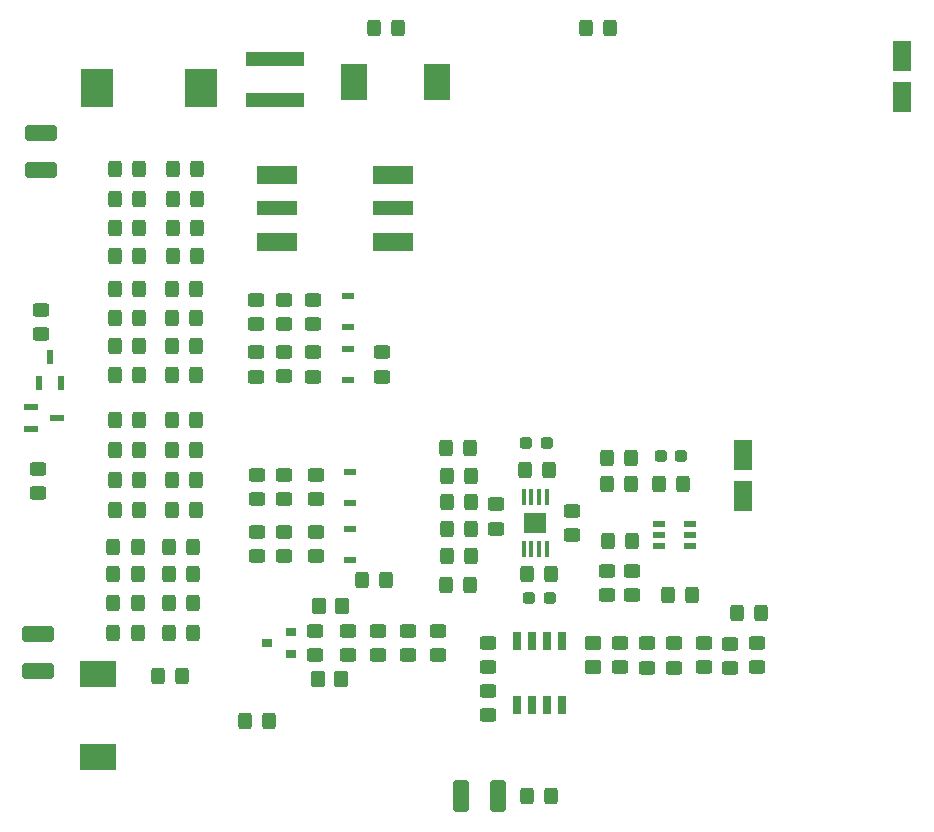
<source format=gtp>
%TF.GenerationSoftware,KiCad,Pcbnew,(6.0.6-1)-1*%
%TF.CreationDate,2022-07-06T12:40:26-04:00*%
%TF.ProjectId,dad_bod,6461645f-626f-4642-9e6b-696361645f70,rev?*%
%TF.SameCoordinates,Original*%
%TF.FileFunction,Paste,Top*%
%TF.FilePolarity,Positive*%
%FSLAX46Y46*%
G04 Gerber Fmt 4.6, Leading zero omitted, Abs format (unit mm)*
G04 Created by KiCad (PCBNEW (6.0.6-1)-1) date 2022-07-06 12:40:26*
%MOMM*%
%LPD*%
G01*
G04 APERTURE LIST*
G04 Aperture macros list*
%AMRoundRect*
0 Rectangle with rounded corners*
0 $1 Rounding radius*
0 $2 $3 $4 $5 $6 $7 $8 $9 X,Y pos of 4 corners*
0 Add a 4 corners polygon primitive as box body*
4,1,4,$2,$3,$4,$5,$6,$7,$8,$9,$2,$3,0*
0 Add four circle primitives for the rounded corners*
1,1,$1+$1,$2,$3*
1,1,$1+$1,$4,$5*
1,1,$1+$1,$6,$7*
1,1,$1+$1,$8,$9*
0 Add four rect primitives between the rounded corners*
20,1,$1+$1,$2,$3,$4,$5,0*
20,1,$1+$1,$4,$5,$6,$7,0*
20,1,$1+$1,$6,$7,$8,$9,0*
20,1,$1+$1,$8,$9,$2,$3,0*%
G04 Aperture macros list end*
%ADD10RoundRect,0.250000X0.325000X0.450000X-0.325000X0.450000X-0.325000X-0.450000X0.325000X-0.450000X0*%
%ADD11RoundRect,0.250000X-0.325000X-0.450000X0.325000X-0.450000X0.325000X0.450000X-0.325000X0.450000X0*%
%ADD12R,0.600000X1.150000*%
%ADD13R,1.150000X0.600000*%
%ADD14R,1.600000X2.500000*%
%ADD15RoundRect,0.250000X-0.412500X-1.100000X0.412500X-1.100000X0.412500X1.100000X-0.412500X1.100000X0*%
%ADD16RoundRect,0.250000X1.100000X-0.412500X1.100000X0.412500X-1.100000X0.412500X-1.100000X-0.412500X0*%
%ADD17RoundRect,0.250000X0.450000X-0.325000X0.450000X0.325000X-0.450000X0.325000X-0.450000X-0.325000X0*%
%ADD18R,1.000000X0.550000*%
%ADD19RoundRect,0.250000X-0.450000X0.325000X-0.450000X-0.325000X0.450000X-0.325000X0.450000X0.325000X0*%
%ADD20RoundRect,0.237500X-0.287500X-0.237500X0.287500X-0.237500X0.287500X0.237500X-0.287500X0.237500X0*%
%ADD21RoundRect,0.237500X0.287500X0.237500X-0.287500X0.237500X-0.287500X-0.237500X0.287500X-0.237500X0*%
%ADD22R,2.200000X3.150000*%
%ADD23RoundRect,0.250000X0.350000X0.450000X-0.350000X0.450000X-0.350000X-0.450000X0.350000X-0.450000X0*%
%ADD24RoundRect,0.250000X-0.450000X0.350000X-0.450000X-0.350000X0.450000X-0.350000X0.450000X0.350000X0*%
%ADD25R,0.900000X0.800000*%
%ADD26R,2.750000X3.200000*%
%ADD27R,3.375000X1.620000*%
%ADD28R,3.375000X1.200000*%
%ADD29R,5.000000X1.300000*%
%ADD30R,1.050000X0.550000*%
%ADD31R,0.650000X1.528000*%
%ADD32R,0.450000X1.425000*%
%ADD33R,1.880000X1.680000*%
%ADD34R,3.150000X2.200000*%
G04 APERTURE END LIST*
D10*
X130066000Y-113284000D03*
X128016000Y-113284000D03*
D11*
X75302000Y-85870000D03*
X77352000Y-85870000D03*
D12*
X69850000Y-91610000D03*
X70800000Y-93810000D03*
X68900000Y-93810000D03*
D13*
X70442000Y-96774000D03*
X68242000Y-97724000D03*
X68242000Y-95824000D03*
D14*
X141986000Y-66068000D03*
X141986000Y-69568000D03*
X128524000Y-99850000D03*
X128524000Y-103350000D03*
D15*
X104609500Y-128778000D03*
X107734500Y-128778000D03*
D16*
X69088000Y-75721500D03*
X69088000Y-72596500D03*
X68834000Y-118148500D03*
X68834000Y-115023500D03*
D10*
X99314000Y-63754000D03*
X97264000Y-63754000D03*
D11*
X75342000Y-96901000D03*
X77392000Y-96901000D03*
X75342000Y-99441000D03*
X77392000Y-99441000D03*
X75324000Y-101981000D03*
X77374000Y-101981000D03*
X75324000Y-104521000D03*
X77374000Y-104521000D03*
D17*
X89662000Y-103650000D03*
X89662000Y-101600000D03*
X92329000Y-103650000D03*
X92329000Y-101600000D03*
D18*
X95250000Y-101291000D03*
X95250000Y-103941000D03*
D17*
X89662000Y-106408000D03*
X89662000Y-108458000D03*
X92329000Y-108476000D03*
X92329000Y-106426000D03*
D18*
X95250000Y-106117000D03*
X95250000Y-108767000D03*
D11*
X75206000Y-114935000D03*
X77256000Y-114935000D03*
X75206000Y-112395000D03*
X77256000Y-112395000D03*
X75206000Y-109982000D03*
X77256000Y-109982000D03*
X75206000Y-107696000D03*
X77256000Y-107696000D03*
D19*
X127444500Y-115851500D03*
X127444500Y-117901500D03*
D11*
X75302000Y-75710000D03*
X77352000Y-75710000D03*
X75302000Y-78250000D03*
X77352000Y-78250000D03*
X75302000Y-80663000D03*
X77352000Y-80663000D03*
X75302000Y-83076000D03*
X77352000Y-83076000D03*
D17*
X125222000Y-117856000D03*
X125222000Y-115806000D03*
D19*
X129678999Y-115826501D03*
X129678999Y-117876501D03*
D17*
X89662000Y-88782000D03*
X89662000Y-86732000D03*
X92075000Y-88782000D03*
X92075000Y-86732000D03*
D18*
X95059500Y-86441000D03*
X95059500Y-89091000D03*
D17*
X89662000Y-93227000D03*
X89662000Y-91177000D03*
X92075000Y-93245000D03*
X92075000Y-91195000D03*
D18*
X95059500Y-90886000D03*
X95059500Y-93536000D03*
D17*
X116967000Y-111760000D03*
X116967000Y-109710000D03*
X119126000Y-111769000D03*
X119126000Y-109719000D03*
D11*
X75302000Y-88283000D03*
X77352000Y-88283000D03*
X75302000Y-90696000D03*
X77352000Y-90696000D03*
X75302000Y-93109000D03*
X77352000Y-93109000D03*
D20*
X121535000Y-99949000D03*
X123285000Y-99949000D03*
D21*
X112127000Y-112014000D03*
X110377000Y-112014000D03*
D17*
X102702000Y-116840000D03*
X102702000Y-114790000D03*
X92288000Y-116840000D03*
X92288000Y-114790000D03*
X95091000Y-116840000D03*
X95091000Y-114790000D03*
X97622000Y-116831000D03*
X97622000Y-114781000D03*
X100162000Y-116831000D03*
X100162000Y-114781000D03*
X120396000Y-117890000D03*
X120396000Y-115840000D03*
X118110000Y-117872000D03*
X118110000Y-115822000D03*
X122682000Y-117881000D03*
X122682000Y-115831000D03*
D22*
X95560000Y-68326000D03*
X102560000Y-68326000D03*
D23*
X92572000Y-112640000D03*
X94572000Y-112640000D03*
D24*
X115824000Y-115840000D03*
X115824000Y-117840000D03*
D23*
X94508500Y-118863000D03*
X92508500Y-118863000D03*
D25*
X90240000Y-116765000D03*
X90240000Y-114865000D03*
X88240000Y-115815000D03*
D10*
X112268000Y-128778000D03*
X110218000Y-128778000D03*
D19*
X69088000Y-87621000D03*
X69088000Y-89671000D03*
D10*
X117284500Y-63698234D03*
X115234500Y-63698234D03*
D19*
X68834000Y-101083000D03*
X68834000Y-103133000D03*
D11*
X80159000Y-96901000D03*
X82209000Y-96901000D03*
X80150000Y-99441000D03*
X82200000Y-99441000D03*
X80159000Y-101981000D03*
X82209000Y-101981000D03*
X80159000Y-104521000D03*
X82209000Y-104521000D03*
D17*
X87376000Y-103641000D03*
X87376000Y-101591000D03*
D10*
X98307000Y-110490000D03*
X96257000Y-110490000D03*
D17*
X87376000Y-108467000D03*
X87376000Y-106417000D03*
D11*
X79905000Y-114935000D03*
X81955000Y-114935000D03*
X79905000Y-112395000D03*
X81955000Y-112395000D03*
X79923000Y-109982000D03*
X81973000Y-109982000D03*
X79905000Y-107696000D03*
X81955000Y-107696000D03*
D10*
X105428000Y-99314000D03*
X103378000Y-99314000D03*
D11*
X80255000Y-75710000D03*
X82305000Y-75710000D03*
X80255000Y-78250000D03*
X82305000Y-78250000D03*
X80255000Y-80663000D03*
X82305000Y-80663000D03*
X80255000Y-83076000D03*
X82305000Y-83076000D03*
D17*
X87249000Y-88782000D03*
X87249000Y-86732000D03*
X97917000Y-93245000D03*
X97917000Y-91195000D03*
D11*
X117085000Y-107188000D03*
X119135000Y-107188000D03*
D17*
X87249000Y-93245000D03*
X87249000Y-91195000D03*
D11*
X80137000Y-85870000D03*
X82187000Y-85870000D03*
X80128000Y-88283000D03*
X82178000Y-88283000D03*
X80128000Y-90696000D03*
X82178000Y-90696000D03*
X80128000Y-93109000D03*
X82178000Y-93109000D03*
X121394000Y-102362000D03*
X123444000Y-102362000D03*
D10*
X105428000Y-110934500D03*
X103378000Y-110934500D03*
X124215000Y-111760000D03*
X122165000Y-111760000D03*
X112268000Y-109982000D03*
X110218000Y-109982000D03*
D19*
X106934000Y-119888000D03*
X106934000Y-121938000D03*
D17*
X106934000Y-117856000D03*
X106934000Y-115806000D03*
D26*
X82632000Y-68834000D03*
X73832000Y-68834000D03*
D27*
X89070000Y-76154000D03*
D28*
X89070000Y-78994000D03*
D27*
X89070000Y-81834000D03*
X98890000Y-81834000D03*
D28*
X98890000Y-78994000D03*
D27*
X98890000Y-76154000D03*
D29*
X88900000Y-66322000D03*
X88900000Y-69822000D03*
D30*
X121382000Y-105730000D03*
X121382000Y-106680000D03*
X121382000Y-107630000D03*
X123982000Y-107630000D03*
X123982000Y-106680000D03*
X123982000Y-105730000D03*
D31*
X113157000Y-115653000D03*
X111887000Y-115653000D03*
X110617000Y-115653000D03*
X109347000Y-115653000D03*
X109347000Y-121075000D03*
X110617000Y-121075000D03*
X111887000Y-121075000D03*
X113157000Y-121075000D03*
D32*
X111900500Y-103452000D03*
X111250500Y-103452000D03*
X110600500Y-103452000D03*
X109950500Y-103452000D03*
X109950500Y-107876000D03*
X110600500Y-107876000D03*
X111250500Y-107876000D03*
X111900500Y-107876000D03*
D33*
X110925500Y-105664000D03*
D21*
X111909500Y-98869500D03*
X110159500Y-98869500D03*
D11*
X117003500Y-100139500D03*
X119053500Y-100139500D03*
D10*
X119062500Y-102362000D03*
X117012500Y-102362000D03*
X105482500Y-106172000D03*
X103432500Y-106172000D03*
X105500500Y-108458000D03*
X103450500Y-108458000D03*
D19*
X107578000Y-104067500D03*
X107578000Y-106117500D03*
D10*
X105500500Y-101663500D03*
X103450500Y-101663500D03*
X105500500Y-103886000D03*
X103450500Y-103886000D03*
D17*
X114046000Y-106680000D03*
X114046000Y-104630000D03*
D10*
X112068500Y-101155500D03*
X110018500Y-101155500D03*
D11*
X78976000Y-118618000D03*
X81026000Y-118618000D03*
D10*
X88410000Y-122428000D03*
X86360000Y-122428000D03*
D34*
X73914000Y-118420000D03*
X73914000Y-125420000D03*
M02*

</source>
